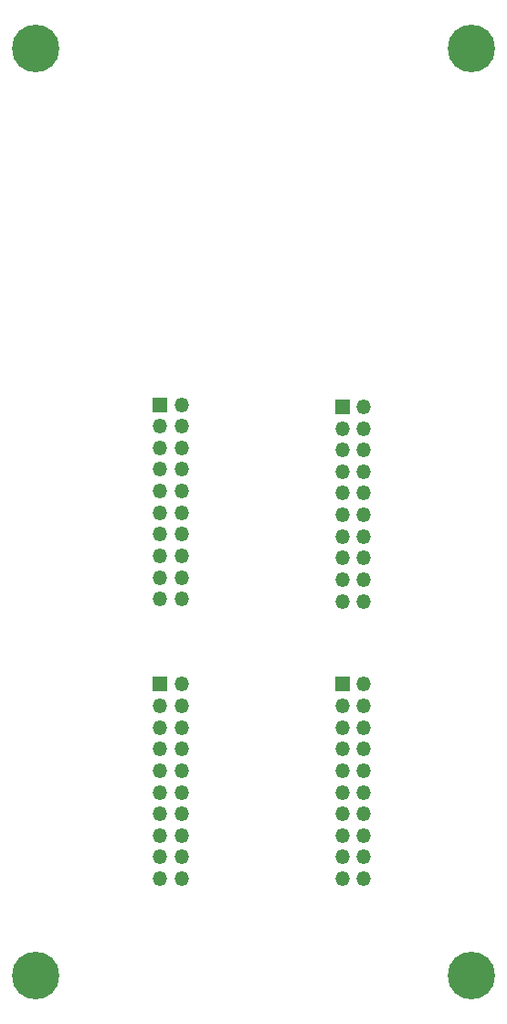
<source format=gbr>
%TF.GenerationSoftware,KiCad,Pcbnew,(5.1.10)-1*%
%TF.CreationDate,2021-09-20T08:54:39+02:00*%
%TF.ProjectId,breakoutboard,62726561-6b6f-4757-9462-6f6172642e6b,rev?*%
%TF.SameCoordinates,Original*%
%TF.FileFunction,Soldermask,Bot*%
%TF.FilePolarity,Negative*%
%FSLAX46Y46*%
G04 Gerber Fmt 4.6, Leading zero omitted, Abs format (unit mm)*
G04 Created by KiCad (PCBNEW (5.1.10)-1) date 2021-09-20 08:54:39*
%MOMM*%
%LPD*%
G01*
G04 APERTURE LIST*
%ADD10C,0.700000*%
%ADD11C,4.400000*%
%ADD12O,1.350000X1.350000*%
%ADD13R,1.350000X1.350000*%
G04 APERTURE END LIST*
D10*
%TO.C,H4*%
X50566726Y-41466726D03*
X51050000Y-40300000D03*
X50566726Y-39133274D03*
X49400000Y-38650000D03*
X48233274Y-39133274D03*
X47750000Y-40300000D03*
X48233274Y-41466726D03*
X49400000Y-41950000D03*
D11*
X49400000Y-40300000D03*
%TD*%
D10*
%TO.C,H3*%
X50566726Y-127366726D03*
X51050000Y-126200000D03*
X50566726Y-125033274D03*
X49400000Y-124550000D03*
X48233274Y-125033274D03*
X47750000Y-126200000D03*
X48233274Y-127366726D03*
X49400000Y-127850000D03*
D11*
X49400000Y-126200000D03*
%TD*%
D10*
%TO.C,H2*%
X90966726Y-127366726D03*
X91450000Y-126200000D03*
X90966726Y-125033274D03*
X89800000Y-124550000D03*
X88633274Y-125033274D03*
X88150000Y-126200000D03*
X88633274Y-127366726D03*
X89800000Y-127850000D03*
D11*
X89800000Y-126200000D03*
%TD*%
D10*
%TO.C,H1*%
X90966726Y-41466726D03*
X91450000Y-40300000D03*
X90966726Y-39133274D03*
X89800000Y-38650000D03*
X88633274Y-39133274D03*
X88150000Y-40300000D03*
X88633274Y-41466726D03*
X89800000Y-41950000D03*
D11*
X89800000Y-40300000D03*
%TD*%
D12*
%TO.C,J2*%
X62900000Y-91300000D03*
X60900000Y-91300000D03*
X62900000Y-89300000D03*
X60900000Y-89300000D03*
X62900000Y-87300000D03*
X60900000Y-87300000D03*
X62900000Y-85300000D03*
X60900000Y-85300000D03*
X62900000Y-83300000D03*
X60900000Y-83300000D03*
X62900000Y-81300000D03*
X60900000Y-81300000D03*
X62900000Y-79300000D03*
X60900000Y-79300000D03*
X62900000Y-77300000D03*
X60900000Y-77300000D03*
X62900000Y-75300000D03*
X60900000Y-75300000D03*
X62900000Y-73300000D03*
D13*
X60900000Y-73300000D03*
%TD*%
D12*
%TO.C,J5*%
X79800000Y-117200000D03*
X77800000Y-117200000D03*
X79800000Y-115200000D03*
X77800000Y-115200000D03*
X79800000Y-113200000D03*
X77800000Y-113200000D03*
X79800000Y-111200000D03*
X77800000Y-111200000D03*
X79800000Y-109200000D03*
X77800000Y-109200000D03*
X79800000Y-107200000D03*
X77800000Y-107200000D03*
X79800000Y-105200000D03*
X77800000Y-105200000D03*
X79800000Y-103200000D03*
X77800000Y-103200000D03*
X79800000Y-101200000D03*
X77800000Y-101200000D03*
X79800000Y-99200000D03*
D13*
X77800000Y-99200000D03*
%TD*%
D12*
%TO.C,J4*%
X79800000Y-91499998D03*
X77800000Y-91499998D03*
X79800000Y-89499998D03*
X77800000Y-89499998D03*
X79800000Y-87499998D03*
X77800000Y-87499998D03*
X79800000Y-85499998D03*
X77800000Y-85499998D03*
X79800000Y-83499998D03*
X77800000Y-83499998D03*
X79800000Y-81499998D03*
X77800000Y-81499998D03*
X79800000Y-79499998D03*
X77800000Y-79499998D03*
X79800000Y-77499998D03*
X77800000Y-77499998D03*
X79800000Y-75499998D03*
X77800000Y-75499998D03*
X79800000Y-73499998D03*
D13*
X77800000Y-73499998D03*
%TD*%
D12*
%TO.C,J3*%
X62900000Y-117200000D03*
X60900000Y-117200000D03*
X62900000Y-115200000D03*
X60900000Y-115200000D03*
X62900000Y-113200000D03*
X60900000Y-113200000D03*
X62900000Y-111200000D03*
X60900000Y-111200000D03*
X62900000Y-109200000D03*
X60900000Y-109200000D03*
X62900000Y-107200000D03*
X60900000Y-107200000D03*
X62900000Y-105200000D03*
X60900000Y-105200000D03*
X62900000Y-103200000D03*
X60900000Y-103200000D03*
X62900000Y-101200000D03*
X60900000Y-101200000D03*
X62900000Y-99200000D03*
D13*
X60900000Y-99200000D03*
%TD*%
M02*

</source>
